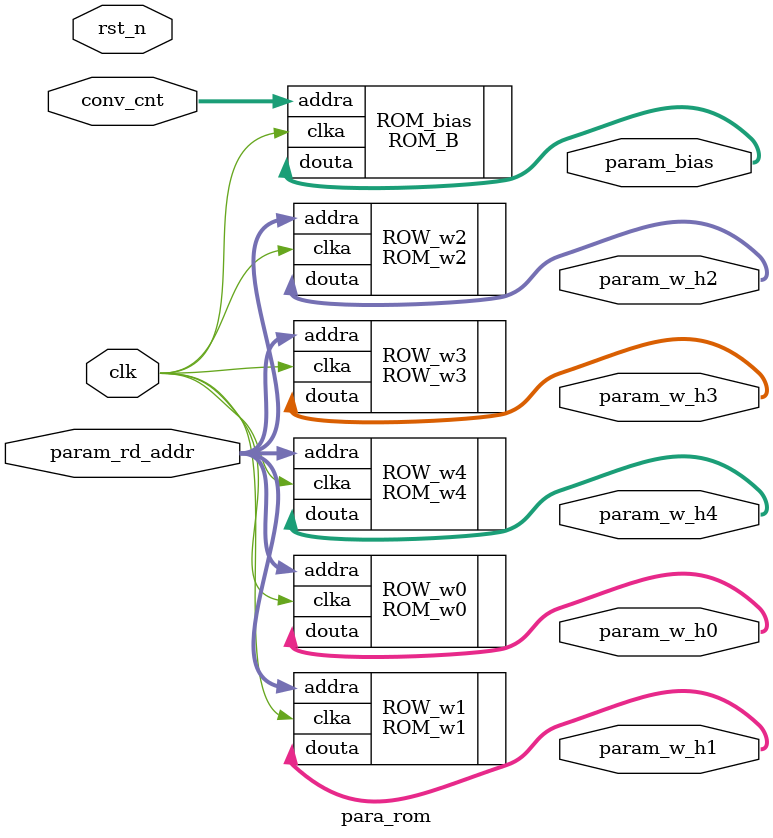
<source format=v>
`timescale 1ns / 1ps


module para_rom #(
     parameter W_WIDTH  =15,
     parameter B_WIDTH  =15
	)(
    input  clk,
    input  rst_n,

    input   [7:0]  param_rd_addr,
    input [4:0]  conv_cnt, 

     output [W_WIDTH:0]   param_w_h0,
     output [W_WIDTH:0]   param_w_h1,
     output [W_WIDTH:0]   param_w_h2,
     output [W_WIDTH:0]   param_w_h3,
     output [W_WIDTH:0]   param_w_h4,
     output [B_WIDTH:0]   param_bias

    );
    
    
    
 
    ROM_B ROM_bias (
  .clka(clk),    // input wire clka
  .addra(conv_cnt),  // input wire [4 : 0] addra
  .douta(param_bias)  // output wire [15 : 0] douta
);


ROM_w0 ROW_w0 (
  .clka(clk),    // input wire clka
  .addra(param_rd_addr),  // input wire [7 : 0] addra
  .douta(param_w_h0)  // output wire [15 : 0] douta
);



ROM_w1 ROW_w1 (
  .clka(clk),    // input wire clka
  .addra(param_rd_addr),  // input wire [7 : 0] addra
  .douta(param_w_h1)  // output wire [15 : 0] douta
);


ROM_w2 ROW_w2 (
  .clka(clk),    // input wire clka
  .addra(param_rd_addr),  // input wire [7 : 0] addra
  .douta(param_w_h2)  // output wire [15 : 0] douta
);


ROW_w3 ROW_w3 (
  .clka(clk),    // input wire clka
  .addra(param_rd_addr),  // input wire [7 : 0] addra
  .douta(param_w_h3)  // output wire [15 : 0] douta
);


ROM_w4 ROW_w4 (
  .clka(clk),    // input wire clka
  .addra(param_rd_addr),  // input wire [7 : 0] addra
  .douta(param_w_h4)  // output wire [15 : 0] douta
);
endmodule

</source>
